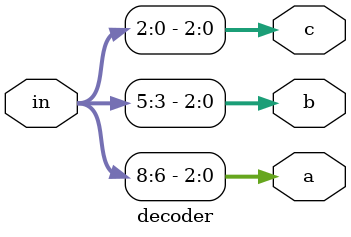
<source format=v>
module top_module(clk,reset,pc);
  `define Reset 3'b000
  `define IF 3'b001
  `define Loada 3'b010
  `define Loadb 3'b011
  `define Write 3'b100
  `define UpdatePC 3'b101
  `define IF2 3'b110
  
  input clk;
  input reset;
  output [2:0] pc;
  
  // input value instantiations
  wire [2:0] A, B, C;
  wire [8:0] valueA, valueB;
  wire [8:0] dout;
  reg [2:0] present_state;
  reg loada, loadb, load_ir, write;
  wire [8:0] oin;

  // decoder instnatiation
  decoder ID(oin,A,B,C);

  // pc instantiations
  reg reset_pc, load_pc, one_pc;
  wire [2:0] pc_addone = pc + 1'b1;
  wire [2:0] added_pc = one_pc? pc_addone : C;
  wire [2:0] next_pc = reset_pc ? 9'b0 : added_pc; 
  
  // computations
  reg [2:0] addr;
  wire [8:0] newB;
  assign newB = valueB - valueA;
  
  // other module instantiations
  LPT3RAM MEM(clk,addr,write,newB,dout);
  vDFFE #(3) prog(clk,load_pc,next_pc,pc);
  vDFFE #(9) va(clk,loada,dout,valueA);
  vDFFE #(9) vb(clk,loadb,dout,valueB);
  vDFFE #(9) ir(clk,load_ir,dout,oin);

  // always block for state machine
  always @(posedge clk) begin
    if(reset) begin
      present_state = `Reset;
      reset_pc = 1'b1;
      load_pc = 1'b1;
    end
    else begin
      case(present_state)
        `Reset: begin
          present_state = `IF;
          reset_pc = 1'b0;
          load_pc = 1'b0;
          write = 1'b0;
          one_pc = 1'b1;
	  addr = pc;
	  load_ir = 1'b1;
	  loada = 1'b0;
	  loadb = 1'b0;
        end
        `IF: begin
          present_state = `Loada;
          addr = A;
          load_ir = 1'b0;
          write = 1'b0;
        end
        `Loada: begin
          present_state = `Loadb;
          addr = A;
          loada = 1'b1;
        end
        `Loadb: begin
          present_state = `Write;
          addr = B;
          loada = 1'b0;
          loadb = 1'b1;
        end
        `Write: begin
          present_state = `UpdatePC;
          write = 1'b1;
          loadb = 1'b0;
        end
        `UpdatePC: begin
          if(newB < 0)  begin
            one_pc = 1'b0;
          end
          else begin
            one_pc = 1'b1;
          end
          load_pc = 1'b1;
          write = 1'b0; 
	  present_state = `Reset;
	  addr = pc;
        end
        default: present_state = `Reset;
      endcase
    end
  end
endmodule

module decoder(in,a,b,c);
  input [8:0] in;
  output reg [2:0] a, b, c;
  always @(*) begin
    a = in[8:6];
    b = in[5:3];
    c = in[2:0];
  end
endmodule

</source>
